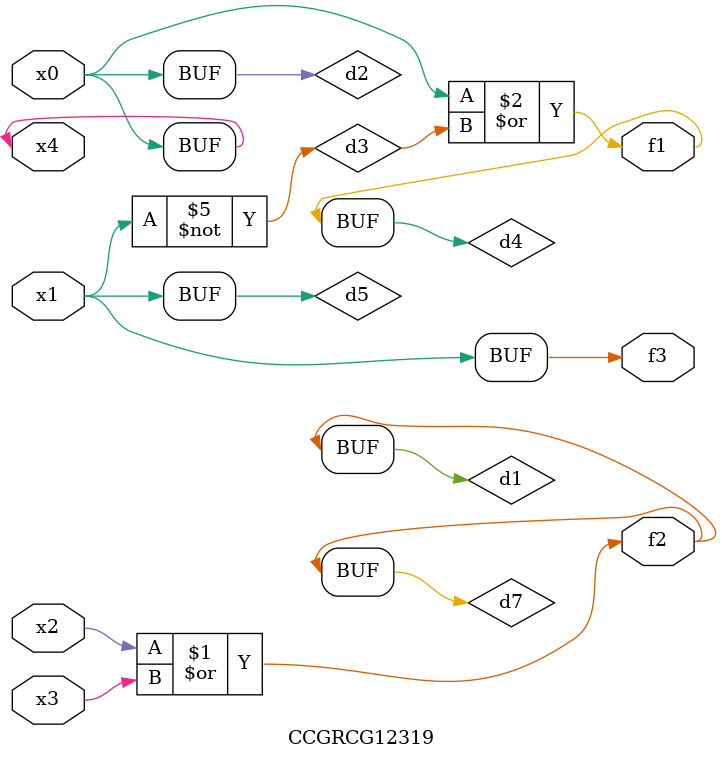
<source format=v>
module CCGRCG12319(
	input x0, x1, x2, x3, x4,
	output f1, f2, f3
);

	wire d1, d2, d3, d4, d5, d6, d7;

	or (d1, x2, x3);
	buf (d2, x0, x4);
	not (d3, x1);
	or (d4, d2, d3);
	not (d5, d3);
	nand (d6, d1, d3);
	or (d7, d1);
	assign f1 = d4;
	assign f2 = d7;
	assign f3 = d5;
endmodule

</source>
